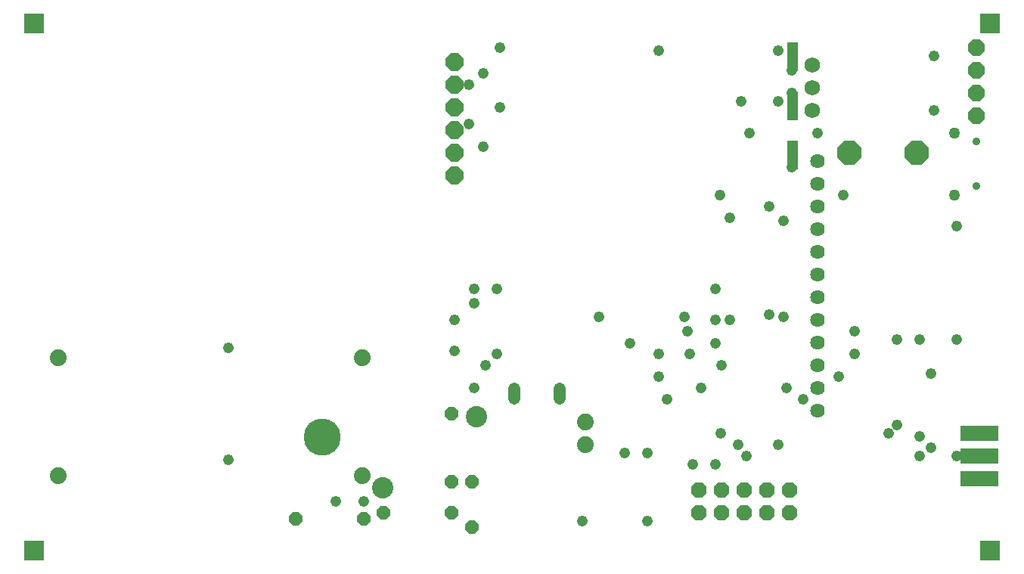
<source format=gts>
G75*
G70*
%OFA0B0*%
%FSLAX24Y24*%
%IPPOS*%
%LPD*%
%AMOC8*
5,1,8,0,0,1.08239X$1,22.5*
%
%ADD10R,0.1680X0.0680*%
%ADD11C,0.0520*%
%ADD12OC8,0.0680*%
%ADD13C,0.0740*%
%ADD14C,0.0680*%
%ADD15OC8,0.0740*%
%ADD16OC8,0.0600*%
%ADD17R,0.0474X0.1261*%
%ADD18C,0.0940*%
%ADD19C,0.1630*%
%ADD20OC8,0.0780*%
%ADD21C,0.0640*%
%ADD22C,0.0350*%
%ADD23C,0.0500*%
%ADD24OC8,0.1080*%
%ADD25R,0.0867X0.0867*%
%ADD26C,0.0476*%
D10*
X042632Y007572D03*
X042632Y008572D03*
X042632Y009572D03*
D11*
X024132Y011102D02*
X024132Y011542D01*
X022132Y011542D02*
X022132Y011102D01*
D12*
X030257Y007072D03*
X031257Y007072D03*
X032257Y007072D03*
X033257Y007072D03*
X034257Y007072D03*
X034257Y006072D03*
X033257Y006072D03*
X032257Y006072D03*
X031257Y006072D03*
X030257Y006072D03*
D13*
X025257Y009072D03*
X025257Y010072D03*
X015436Y007716D03*
X015436Y012924D03*
X002044Y012924D03*
X002044Y007716D03*
D14*
X035257Y023822D03*
X035257Y024822D03*
X035257Y025822D03*
D15*
X042507Y025572D03*
X042507Y024572D03*
X042507Y023572D03*
X042507Y026572D03*
D16*
X019382Y010447D03*
X019382Y007447D03*
X020257Y007447D03*
X019382Y006072D03*
X020257Y005447D03*
X016382Y006072D03*
X015507Y005822D03*
X012507Y005822D03*
D17*
X034411Y021840D03*
X034411Y024005D03*
X034411Y026170D03*
D18*
X020452Y010323D03*
X016318Y007170D03*
D19*
X013678Y009399D03*
D20*
X019507Y020947D03*
X019507Y021947D03*
X019507Y022947D03*
X019507Y023947D03*
X019507Y024947D03*
X019507Y025947D03*
D21*
X035507Y021572D03*
X035507Y020572D03*
X035507Y019572D03*
X035507Y018572D03*
X035507Y017572D03*
X035507Y016572D03*
X035507Y015572D03*
X035507Y014572D03*
X035507Y013572D03*
X035507Y012572D03*
X035507Y011572D03*
X035507Y010572D03*
D22*
X042507Y020463D03*
X042507Y022432D03*
D23*
X041523Y022825D03*
X041523Y020069D03*
D24*
X039862Y021947D03*
X036902Y021947D03*
D25*
X000974Y004415D03*
X000974Y027643D03*
X043100Y027643D03*
X043100Y004415D03*
D26*
X041632Y008572D03*
X040507Y008947D03*
X040007Y008572D03*
X040007Y009447D03*
X039007Y009947D03*
X038632Y009572D03*
X036444Y012072D03*
X037132Y013072D03*
X037132Y014072D03*
X039007Y013697D03*
X040007Y013697D03*
X041632Y013697D03*
X040507Y012197D03*
X034882Y011072D03*
X034132Y011572D03*
X031257Y012572D03*
X031007Y013550D03*
X029882Y013072D03*
X029757Y014072D03*
X029632Y014697D03*
X031007Y014572D03*
X031632Y014572D03*
X033382Y014822D03*
X034007Y014697D03*
X031007Y015947D03*
X027234Y013550D03*
X028507Y013072D03*
X028507Y012072D03*
X028882Y011072D03*
X030382Y011572D03*
X031239Y009572D03*
X032007Y009072D03*
X032382Y008572D03*
X031007Y008197D03*
X030007Y008197D03*
X028007Y008697D03*
X027007Y008697D03*
X028007Y005697D03*
X025132Y005697D03*
X033757Y009072D03*
X025882Y014697D03*
X021382Y015947D03*
X020382Y015947D03*
X020382Y015322D03*
X019507Y014572D03*
X019507Y013197D03*
X020882Y012572D03*
X021382Y013072D03*
X020382Y011572D03*
X015507Y006572D03*
X014257Y006572D03*
X009547Y008413D03*
X009547Y013350D03*
X020757Y022197D03*
X020132Y023197D03*
X021507Y023947D03*
X020132Y024947D03*
X020757Y025447D03*
X021507Y026572D03*
X028507Y026447D03*
X032132Y024197D03*
X033757Y024197D03*
X034382Y024572D03*
X034382Y025572D03*
X033757Y026447D03*
X032507Y022822D03*
X034382Y021322D03*
X035507Y022822D03*
X036632Y020072D03*
X034007Y018947D03*
X033382Y019572D03*
X031632Y019072D03*
X031199Y020072D03*
X040632Y023822D03*
X040632Y026197D03*
X041632Y018697D03*
M02*

</source>
